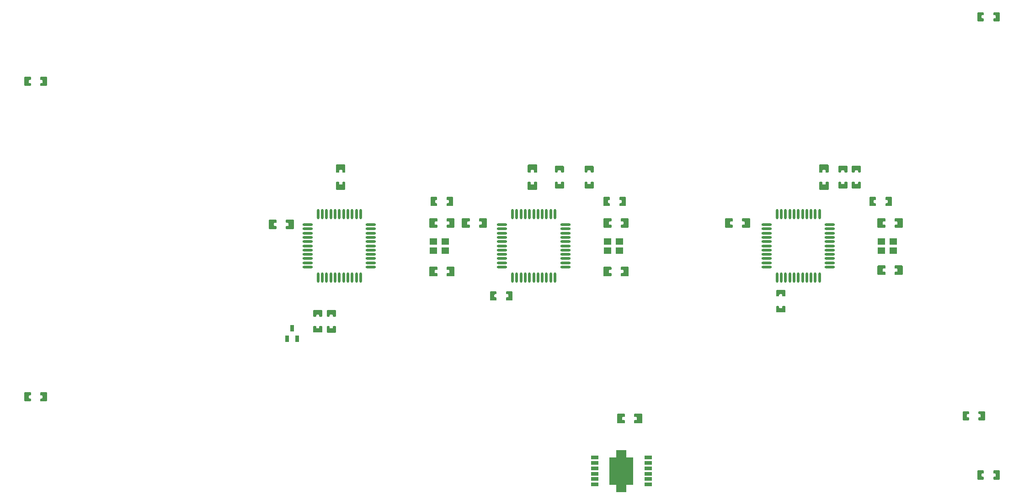
<source format=gbp>
G04 Layer: BottomPasteMaskLayer*
G04 EasyEDA v6.5.34, 2023-09-07 22:36:22*
G04 6936e88fb932453b8581c8861ee1522a,0b3e81c085af431c91bff7fd5324728f,10*
G04 Gerber Generator version 0.2*
G04 Scale: 100 percent, Rotated: No, Reflected: No *
G04 Dimensions in millimeters *
G04 leading zeros omitted , absolute positions ,4 integer and 5 decimal *
%FSLAX45Y45*%
%MOMM*%

%AMMACRO1*21,1,$1,$2,0,0,$3*%
%AMMACRO2*4,1,4,0.8999,-0.675,0.8999,0.675,-0.8999,0.675,-0.8999,-0.675,0.8999,-0.675,0*%
%AMMACRO3*4,1,4,-2.1999,-2.5499,2.1999,-2.5499,2.1999,2.5499,-2.1999,2.5499,-2.1999,-2.5499,0*%
%ADD10MACRO1,1.3X1.1999X0.0000*%
%ADD11MACRO1,1.25X0.7X-90.0000*%
%ADD12MACRO2*%
%ADD13MACRO1,1.35X0.65X0.0000*%
%ADD14MACRO3*%
%ADD15O,0.440944X1.8952718000000002*%
%ADD16O,1.8952718000000002X0.440944*%
%ADD17O,0.0107X0.440944*%

%LPD*%
G36*
X11894921Y1886508D02*
G01*
X11884914Y1876501D01*
X11884914Y1839468D01*
X11894921Y1829460D01*
X11925401Y1829460D01*
X11935409Y1819452D01*
X11935409Y1780692D01*
X11925401Y1770735D01*
X11894921Y1770735D01*
X11884914Y1760728D01*
X11884914Y1723694D01*
X11894921Y1713687D01*
X12023394Y1713687D01*
X12033402Y1723694D01*
X12033402Y1876501D01*
X12023394Y1886508D01*
G37*
G36*
X11576405Y1886508D02*
G01*
X11566398Y1876501D01*
X11566398Y1723694D01*
X11576405Y1713687D01*
X11704878Y1713687D01*
X11714886Y1723694D01*
X11714886Y1760728D01*
X11704878Y1770735D01*
X11674398Y1770735D01*
X11664391Y1780692D01*
X11664391Y1819452D01*
X11674398Y1829460D01*
X11704878Y1829460D01*
X11714886Y1839468D01*
X11714886Y1876501D01*
X11704878Y1886508D01*
G37*
G36*
X9019895Y5511342D02*
G01*
X9009888Y5501335D01*
X9009888Y5464302D01*
X9019895Y5454294D01*
X9050375Y5454294D01*
X9060383Y5444286D01*
X9060383Y5405577D01*
X9050375Y5395569D01*
X9019895Y5395569D01*
X9009888Y5385562D01*
X9009888Y5348528D01*
X9019895Y5338521D01*
X9148368Y5338521D01*
X9158376Y5348528D01*
X9158376Y5501335D01*
X9148368Y5511342D01*
G37*
G36*
X8701379Y5511342D02*
G01*
X8691372Y5501335D01*
X8691372Y5348528D01*
X8701379Y5338521D01*
X8829852Y5338521D01*
X8839860Y5348528D01*
X8839860Y5385562D01*
X8829852Y5395569D01*
X8799372Y5395569D01*
X8789365Y5405577D01*
X8789365Y5444286D01*
X8799372Y5454294D01*
X8829852Y5454294D01*
X8839860Y5464302D01*
X8839860Y5501335D01*
X8829852Y5511342D01*
G37*
G36*
X9923678Y6190081D02*
G01*
X9913670Y6180074D01*
X9913670Y6051550D01*
X9923678Y6041542D01*
X10076434Y6041542D01*
X10086441Y6051550D01*
X10086441Y6180074D01*
X10076434Y6190081D01*
X10039451Y6190081D01*
X10029444Y6180074D01*
X10029444Y6149594D01*
X10019436Y6139586D01*
X9980676Y6139586D01*
X9970668Y6149594D01*
X9970668Y6180074D01*
X9960660Y6190081D01*
G37*
G36*
X9923678Y6508546D02*
G01*
X9913670Y6498590D01*
X9913670Y6370066D01*
X9923678Y6360058D01*
X9960660Y6360058D01*
X9970668Y6370066D01*
X9970668Y6400546D01*
X9980676Y6410553D01*
X10019436Y6410553D01*
X10029444Y6400546D01*
X10029444Y6370066D01*
X10039451Y6360058D01*
X10076434Y6360058D01*
X10086441Y6370066D01*
X10086441Y6498590D01*
X10076434Y6508546D01*
G37*
G36*
X11644985Y5511342D02*
G01*
X11634978Y5501335D01*
X11634978Y5464302D01*
X11644985Y5454294D01*
X11675465Y5454294D01*
X11685473Y5444286D01*
X11685473Y5405577D01*
X11675465Y5395569D01*
X11644985Y5395569D01*
X11634978Y5385562D01*
X11634978Y5348528D01*
X11644985Y5338521D01*
X11773458Y5338521D01*
X11783466Y5348528D01*
X11783466Y5501335D01*
X11773458Y5511342D01*
G37*
G36*
X11326469Y5511342D02*
G01*
X11316462Y5501335D01*
X11316462Y5348528D01*
X11326469Y5338521D01*
X11454942Y5338521D01*
X11464950Y5348528D01*
X11464950Y5385562D01*
X11454942Y5395569D01*
X11424462Y5395569D01*
X11414455Y5405577D01*
X11414455Y5444286D01*
X11424462Y5454294D01*
X11454942Y5454294D01*
X11464950Y5464302D01*
X11464950Y5501335D01*
X11454942Y5511342D01*
G37*
G36*
X11644985Y4611420D02*
G01*
X11634978Y4601413D01*
X11634978Y4564380D01*
X11644985Y4554372D01*
X11675465Y4554372D01*
X11685473Y4544364D01*
X11685473Y4505655D01*
X11675465Y4495647D01*
X11644985Y4495647D01*
X11634978Y4485640D01*
X11634978Y4448606D01*
X11644985Y4438599D01*
X11773458Y4438599D01*
X11783466Y4448606D01*
X11783466Y4601413D01*
X11773458Y4611420D01*
G37*
G36*
X11326469Y4611420D02*
G01*
X11316462Y4601413D01*
X11316462Y4448606D01*
X11326469Y4438599D01*
X11454942Y4438599D01*
X11464950Y4448606D01*
X11464950Y4485640D01*
X11454942Y4495647D01*
X11424462Y4495647D01*
X11414455Y4505655D01*
X11414455Y4544364D01*
X11424462Y4554372D01*
X11454942Y4554372D01*
X11464950Y4564380D01*
X11464950Y4601413D01*
X11454942Y4611420D01*
G37*
G36*
X601675Y2284933D02*
G01*
X591667Y2274925D01*
X591667Y2124862D01*
X601675Y2114854D01*
X702411Y2114854D01*
X712419Y2124862D01*
X712419Y2160981D01*
X702411Y2170988D01*
X681380Y2170988D01*
X671372Y2180996D01*
X671372Y2218791D01*
X681380Y2228799D01*
X702411Y2228799D01*
X712419Y2238806D01*
X712419Y2274925D01*
X702411Y2284933D01*
G37*
G36*
X897432Y2284933D02*
G01*
X887425Y2274925D01*
X887425Y2238806D01*
X897432Y2228799D01*
X918464Y2228799D01*
X928471Y2218791D01*
X928471Y2180996D01*
X918464Y2170988D01*
X897432Y2170988D01*
X887425Y2160981D01*
X887425Y2124862D01*
X897432Y2114854D01*
X998169Y2114854D01*
X1008176Y2124862D01*
X1008176Y2274925D01*
X998169Y2284933D01*
G37*
G36*
X601675Y8135061D02*
G01*
X591667Y8125053D01*
X591667Y7974990D01*
X601675Y7964982D01*
X702411Y7964982D01*
X712419Y7974990D01*
X712419Y8011109D01*
X702411Y8021116D01*
X681380Y8021116D01*
X671372Y8031073D01*
X671372Y8068919D01*
X681380Y8078927D01*
X702411Y8078927D01*
X712419Y8088934D01*
X712419Y8125053D01*
X702411Y8135061D01*
G37*
G36*
X897432Y8135061D02*
G01*
X887425Y8125053D01*
X887425Y8088934D01*
X897432Y8078927D01*
X918464Y8078927D01*
X928471Y8068919D01*
X928471Y8031073D01*
X918464Y8021116D01*
X897432Y8021116D01*
X887425Y8011109D01*
X887425Y7974990D01*
X897432Y7964982D01*
X998169Y7964982D01*
X1008176Y7974990D01*
X1008176Y8125053D01*
X998169Y8135061D01*
G37*
G36*
X18547384Y835101D02*
G01*
X18537377Y825093D01*
X18537377Y788974D01*
X18547384Y778967D01*
X18568416Y778967D01*
X18578423Y768959D01*
X18578423Y731113D01*
X18568416Y721156D01*
X18547384Y721156D01*
X18537377Y711149D01*
X18537377Y675030D01*
X18547384Y665022D01*
X18648121Y665022D01*
X18658128Y675030D01*
X18658128Y825093D01*
X18648121Y835101D01*
G37*
G36*
X18251627Y835101D02*
G01*
X18241619Y825093D01*
X18241619Y675030D01*
X18251627Y665022D01*
X18352363Y665022D01*
X18362371Y675030D01*
X18362371Y711149D01*
X18352363Y721156D01*
X18331332Y721156D01*
X18321324Y731113D01*
X18321324Y768959D01*
X18331332Y778967D01*
X18352363Y778967D01*
X18362371Y788974D01*
X18362371Y825093D01*
X18352363Y835101D01*
G37*
G36*
X18547384Y9334957D02*
G01*
X18537377Y9324949D01*
X18537377Y9288830D01*
X18547384Y9278823D01*
X18568416Y9278823D01*
X18578423Y9268815D01*
X18578423Y9231020D01*
X18568416Y9221012D01*
X18547384Y9221012D01*
X18537377Y9211005D01*
X18537377Y9174886D01*
X18547384Y9164878D01*
X18648121Y9164878D01*
X18658128Y9174886D01*
X18658128Y9324949D01*
X18648121Y9334957D01*
G37*
G36*
X18251627Y9334957D02*
G01*
X18241619Y9324949D01*
X18241619Y9174886D01*
X18251627Y9164878D01*
X18352363Y9164878D01*
X18362371Y9174886D01*
X18362371Y9211005D01*
X18352363Y9221012D01*
X18331332Y9221012D01*
X18321324Y9231020D01*
X18321324Y9268815D01*
X18331332Y9278823D01*
X18352363Y9278823D01*
X18362371Y9288830D01*
X18362371Y9324949D01*
X18352363Y9334957D01*
G37*
G36*
X10424871Y6483299D02*
G01*
X10414863Y6473342D01*
X10414863Y6372555D01*
X10424871Y6362547D01*
X10460990Y6362547D01*
X10470997Y6372555D01*
X10470997Y6393637D01*
X10481005Y6403644D01*
X10518851Y6403644D01*
X10528858Y6393637D01*
X10528858Y6372555D01*
X10538866Y6362547D01*
X10574985Y6362547D01*
X10584992Y6372555D01*
X10584992Y6473342D01*
X10574985Y6483299D01*
G37*
G36*
X10424871Y6187541D02*
G01*
X10414863Y6177584D01*
X10414863Y6076797D01*
X10424871Y6066790D01*
X10574985Y6066790D01*
X10584992Y6076797D01*
X10584992Y6177584D01*
X10574985Y6187541D01*
X10538866Y6187541D01*
X10528858Y6177584D01*
X10528858Y6156502D01*
X10518851Y6146495D01*
X10481005Y6146495D01*
X10470997Y6156502D01*
X10470997Y6177584D01*
X10460990Y6187541D01*
G37*
G36*
X15674797Y6187541D02*
G01*
X15664789Y6177584D01*
X15664789Y6076797D01*
X15674797Y6066790D01*
X15824911Y6066790D01*
X15834918Y6076797D01*
X15834918Y6177584D01*
X15824911Y6187541D01*
X15788792Y6187541D01*
X15778784Y6177584D01*
X15778784Y6156502D01*
X15768777Y6146495D01*
X15730931Y6146495D01*
X15720923Y6156502D01*
X15720923Y6177584D01*
X15710916Y6187541D01*
G37*
G36*
X15674797Y6483299D02*
G01*
X15664789Y6473342D01*
X15664789Y6372555D01*
X15674797Y6362547D01*
X15710916Y6362547D01*
X15720923Y6372555D01*
X15720923Y6393637D01*
X15730931Y6403644D01*
X15768777Y6403644D01*
X15778784Y6393637D01*
X15778784Y6372555D01*
X15788792Y6362547D01*
X15824911Y6362547D01*
X15834918Y6372555D01*
X15834918Y6473342D01*
X15824911Y6483299D01*
G37*
G36*
X18272455Y1935022D02*
G01*
X18262447Y1925066D01*
X18262447Y1888896D01*
X18272455Y1878888D01*
X18293537Y1878888D01*
X18303544Y1868932D01*
X18303544Y1831086D01*
X18293537Y1821078D01*
X18272455Y1821078D01*
X18262447Y1811070D01*
X18262447Y1774952D01*
X18272455Y1764944D01*
X18373242Y1764944D01*
X18383199Y1774952D01*
X18383199Y1925066D01*
X18373242Y1935022D01*
G37*
G36*
X17976697Y1935022D02*
G01*
X17966690Y1925066D01*
X17966690Y1774952D01*
X17976697Y1764944D01*
X18077484Y1764944D01*
X18087441Y1774952D01*
X18087441Y1811070D01*
X18077484Y1821078D01*
X18056402Y1821078D01*
X18046395Y1831086D01*
X18046395Y1868932D01*
X18056402Y1878888D01*
X18077484Y1878888D01*
X18087441Y1888896D01*
X18087441Y1925066D01*
X18077484Y1935022D01*
G37*
G36*
X6199835Y3512413D02*
G01*
X6189827Y3502456D01*
X6189827Y3401669D01*
X6199835Y3391662D01*
X6349949Y3391662D01*
X6359956Y3401669D01*
X6359956Y3502456D01*
X6349949Y3512413D01*
X6313830Y3512413D01*
X6303822Y3502456D01*
X6303822Y3481374D01*
X6293815Y3471367D01*
X6255969Y3471367D01*
X6245961Y3481374D01*
X6245961Y3502456D01*
X6235954Y3512413D01*
G37*
G36*
X6199835Y3808171D02*
G01*
X6189827Y3798163D01*
X6189827Y3697427D01*
X6199835Y3687419D01*
X6235954Y3687419D01*
X6245961Y3697427D01*
X6245961Y3718509D01*
X6255969Y3728516D01*
X6293815Y3728516D01*
X6303822Y3718509D01*
X6303822Y3697427D01*
X6313830Y3687419D01*
X6349949Y3687419D01*
X6359956Y3697427D01*
X6359956Y3798163D01*
X6349949Y3808171D01*
G37*
G36*
X5444998Y5486400D02*
G01*
X5434990Y5476392D01*
X5434990Y5439359D01*
X5444998Y5429351D01*
X5475478Y5429351D01*
X5485485Y5419344D01*
X5485485Y5380634D01*
X5475478Y5370626D01*
X5444998Y5370626D01*
X5434990Y5360619D01*
X5434990Y5323586D01*
X5444998Y5313578D01*
X5573471Y5313578D01*
X5583478Y5323586D01*
X5583478Y5476392D01*
X5573471Y5486400D01*
G37*
G36*
X5126482Y5486400D02*
G01*
X5116474Y5476392D01*
X5116474Y5323586D01*
X5126482Y5313578D01*
X5255006Y5313578D01*
X5265013Y5323586D01*
X5265013Y5360619D01*
X5255006Y5370626D01*
X5224475Y5370626D01*
X5214518Y5380634D01*
X5214518Y5419344D01*
X5224475Y5429351D01*
X5255006Y5429351D01*
X5265013Y5439359D01*
X5265013Y5476392D01*
X5255006Y5486400D01*
G37*
G36*
X6373571Y6189980D02*
G01*
X6363563Y6179972D01*
X6363563Y6051499D01*
X6373571Y6041491D01*
X6526377Y6041491D01*
X6536385Y6051499D01*
X6536385Y6179972D01*
X6526377Y6189980D01*
X6489344Y6189980D01*
X6479336Y6179972D01*
X6479336Y6149492D01*
X6469380Y6139484D01*
X6430619Y6139484D01*
X6420612Y6149492D01*
X6420612Y6179972D01*
X6410604Y6189980D01*
G37*
G36*
X6373571Y6508496D02*
G01*
X6363563Y6498488D01*
X6363563Y6369964D01*
X6373571Y6360007D01*
X6410604Y6360007D01*
X6420612Y6369964D01*
X6420612Y6400495D01*
X6430619Y6410452D01*
X6469380Y6410452D01*
X6479336Y6400495D01*
X6479336Y6369964D01*
X6489344Y6360007D01*
X6526377Y6360007D01*
X6536385Y6369964D01*
X6536385Y6498488D01*
X6526377Y6508496D01*
G37*
G36*
X8419998Y5511393D02*
G01*
X8409990Y5501386D01*
X8409990Y5464352D01*
X8419998Y5454345D01*
X8450478Y5454345D01*
X8460486Y5444337D01*
X8460486Y5405628D01*
X8450478Y5395620D01*
X8419998Y5395620D01*
X8409990Y5385612D01*
X8409990Y5348579D01*
X8419998Y5338572D01*
X8548471Y5338572D01*
X8558479Y5348579D01*
X8558479Y5501386D01*
X8548471Y5511393D01*
G37*
G36*
X8101482Y5511393D02*
G01*
X8091474Y5501386D01*
X8091474Y5348579D01*
X8101482Y5338572D01*
X8230006Y5338572D01*
X8239963Y5348579D01*
X8239963Y5385612D01*
X8230006Y5395620D01*
X8199475Y5395620D01*
X8189518Y5405628D01*
X8189518Y5444337D01*
X8199475Y5454345D01*
X8230006Y5454345D01*
X8239963Y5464352D01*
X8239963Y5501386D01*
X8230006Y5511393D01*
G37*
G36*
X8419998Y4611370D02*
G01*
X8409990Y4601413D01*
X8409990Y4564380D01*
X8419998Y4554372D01*
X8450478Y4554372D01*
X8460486Y4544364D01*
X8460486Y4505604D01*
X8450478Y4495596D01*
X8419998Y4495596D01*
X8409990Y4485640D01*
X8409990Y4448606D01*
X8419998Y4438599D01*
X8548471Y4438599D01*
X8558479Y4448606D01*
X8558479Y4601413D01*
X8548471Y4611370D01*
G37*
G36*
X8101482Y4611370D02*
G01*
X8091474Y4601413D01*
X8091474Y4448606D01*
X8101482Y4438599D01*
X8230006Y4438599D01*
X8239963Y4448606D01*
X8239963Y4485640D01*
X8230006Y4495596D01*
X8199475Y4495596D01*
X8189518Y4505604D01*
X8189518Y4544364D01*
X8199475Y4554372D01*
X8230006Y4554372D01*
X8239963Y4564380D01*
X8239963Y4601413D01*
X8230006Y4611370D01*
G37*
G36*
X8422487Y5910021D02*
G01*
X8412480Y5900013D01*
X8412480Y5863894D01*
X8422487Y5853887D01*
X8443518Y5853887D01*
X8453526Y5843879D01*
X8453526Y5806084D01*
X8443518Y5796076D01*
X8422487Y5796076D01*
X8412480Y5786069D01*
X8412480Y5749950D01*
X8422487Y5739942D01*
X8523224Y5739942D01*
X8533231Y5749950D01*
X8533231Y5900013D01*
X8523224Y5910021D01*
G37*
G36*
X8126730Y5910021D02*
G01*
X8116722Y5900013D01*
X8116722Y5749950D01*
X8126730Y5739942D01*
X8227466Y5739942D01*
X8237474Y5749950D01*
X8237474Y5786069D01*
X8227466Y5796076D01*
X8206435Y5796076D01*
X8196427Y5806084D01*
X8196427Y5843879D01*
X8206435Y5853887D01*
X8227466Y5853887D01*
X8237474Y5863894D01*
X8237474Y5900013D01*
X8227466Y5910021D01*
G37*
G36*
X5949950Y3512515D02*
G01*
X5939942Y3502507D01*
X5939942Y3401720D01*
X5949950Y3391763D01*
X6100013Y3391763D01*
X6110020Y3401720D01*
X6110020Y3502507D01*
X6100013Y3512515D01*
X6063894Y3512515D01*
X6053886Y3502507D01*
X6053886Y3481425D01*
X6043930Y3471418D01*
X6006084Y3471418D01*
X5996076Y3481425D01*
X5996076Y3502507D01*
X5986068Y3512515D01*
G37*
G36*
X5949950Y3808222D02*
G01*
X5939942Y3798265D01*
X5939942Y3697478D01*
X5949950Y3687470D01*
X5986068Y3687470D01*
X5996076Y3697478D01*
X5996076Y3718560D01*
X6006084Y3728567D01*
X6043930Y3728567D01*
X6053886Y3718560D01*
X6053886Y3697478D01*
X6063894Y3687470D01*
X6100013Y3687470D01*
X6110020Y3697478D01*
X6110020Y3798265D01*
X6100013Y3808222D01*
G37*
G36*
X13894968Y5511393D02*
G01*
X13884960Y5501386D01*
X13884960Y5464352D01*
X13894968Y5454345D01*
X13925448Y5454345D01*
X13935456Y5444337D01*
X13935456Y5405628D01*
X13925448Y5395620D01*
X13894968Y5395620D01*
X13884960Y5385612D01*
X13884960Y5348579D01*
X13894968Y5338572D01*
X14023492Y5338572D01*
X14033449Y5348579D01*
X14033449Y5501386D01*
X14023492Y5511393D01*
G37*
G36*
X13576452Y5511393D02*
G01*
X13566495Y5501386D01*
X13566495Y5348579D01*
X13576452Y5338572D01*
X13704976Y5338572D01*
X13714984Y5348579D01*
X13714984Y5385612D01*
X13704976Y5395620D01*
X13674496Y5395620D01*
X13664488Y5405628D01*
X13664488Y5444337D01*
X13674496Y5454345D01*
X13704976Y5454345D01*
X13714984Y5464352D01*
X13714984Y5501386D01*
X13704976Y5511393D01*
G37*
G36*
X15323566Y6189980D02*
G01*
X15313558Y6179972D01*
X15313558Y6051499D01*
X15323566Y6041491D01*
X15476372Y6041491D01*
X15486380Y6051499D01*
X15486380Y6179972D01*
X15476372Y6189980D01*
X15439339Y6189980D01*
X15429331Y6179972D01*
X15429331Y6149492D01*
X15419324Y6139484D01*
X15380614Y6139484D01*
X15370606Y6149492D01*
X15370606Y6179972D01*
X15360599Y6189980D01*
G37*
G36*
X15323566Y6508496D02*
G01*
X15313558Y6498488D01*
X15313558Y6369964D01*
X15323566Y6360007D01*
X15360599Y6360007D01*
X15370606Y6369964D01*
X15370606Y6400495D01*
X15380614Y6410452D01*
X15419324Y6410452D01*
X15429331Y6400495D01*
X15429331Y6369964D01*
X15439339Y6360007D01*
X15476372Y6360007D01*
X15486380Y6369964D01*
X15486380Y6498488D01*
X15476372Y6508496D01*
G37*
G36*
X16719956Y5511393D02*
G01*
X16709948Y5501386D01*
X16709948Y5464352D01*
X16719956Y5454345D01*
X16750436Y5454345D01*
X16760444Y5444337D01*
X16760444Y5405628D01*
X16750436Y5395620D01*
X16719956Y5395620D01*
X16709948Y5385612D01*
X16709948Y5348579D01*
X16719956Y5338572D01*
X16848480Y5338572D01*
X16858488Y5348579D01*
X16858488Y5501386D01*
X16848480Y5511393D01*
G37*
G36*
X16401491Y5511393D02*
G01*
X16391483Y5501386D01*
X16391483Y5348579D01*
X16401491Y5338572D01*
X16529964Y5338572D01*
X16539972Y5348579D01*
X16539972Y5385612D01*
X16529964Y5395620D01*
X16499484Y5395620D01*
X16489476Y5405628D01*
X16489476Y5444337D01*
X16499484Y5454345D01*
X16529964Y5454345D01*
X16539972Y5464352D01*
X16539972Y5501386D01*
X16529964Y5511393D01*
G37*
G36*
X16719956Y4636414D02*
G01*
X16709948Y4626406D01*
X16709948Y4589373D01*
X16719956Y4579366D01*
X16750436Y4579366D01*
X16760444Y4569358D01*
X16760444Y4530598D01*
X16750436Y4520590D01*
X16719956Y4520590D01*
X16709948Y4510633D01*
X16709948Y4473600D01*
X16719956Y4463592D01*
X16848480Y4463592D01*
X16858488Y4473600D01*
X16858488Y4626406D01*
X16848480Y4636414D01*
G37*
G36*
X16401491Y4636414D02*
G01*
X16391483Y4626406D01*
X16391483Y4473600D01*
X16401491Y4463592D01*
X16529964Y4463592D01*
X16539972Y4473600D01*
X16539972Y4510633D01*
X16529964Y4520590D01*
X16499484Y4520590D01*
X16489476Y4530598D01*
X16489476Y4569358D01*
X16499484Y4579366D01*
X16529964Y4579366D01*
X16539972Y4589373D01*
X16539972Y4626406D01*
X16529964Y4636414D01*
G37*
G36*
X16547490Y5910021D02*
G01*
X16537482Y5900013D01*
X16537482Y5863894D01*
X16547490Y5853887D01*
X16568521Y5853887D01*
X16578529Y5843879D01*
X16578529Y5806084D01*
X16568521Y5796076D01*
X16547490Y5796076D01*
X16537482Y5786069D01*
X16537482Y5749950D01*
X16547490Y5739942D01*
X16648226Y5739942D01*
X16658234Y5749950D01*
X16658234Y5900013D01*
X16648226Y5910021D01*
G37*
G36*
X16251732Y5910021D02*
G01*
X16241725Y5900013D01*
X16241725Y5749950D01*
X16251732Y5739942D01*
X16352469Y5739942D01*
X16362476Y5749950D01*
X16362476Y5786069D01*
X16352469Y5796076D01*
X16331387Y5796076D01*
X16321430Y5806084D01*
X16321430Y5843879D01*
X16331387Y5853887D01*
X16352469Y5853887D01*
X16362476Y5863894D01*
X16362476Y5900013D01*
X16352469Y5910021D01*
G37*
G36*
X14524939Y3887470D02*
G01*
X14514931Y3877513D01*
X14514931Y3776726D01*
X14524939Y3766718D01*
X14675002Y3766718D01*
X14685010Y3776726D01*
X14685010Y3877513D01*
X14675002Y3887470D01*
X14638883Y3887470D01*
X14628876Y3877513D01*
X14628876Y3856431D01*
X14618868Y3846423D01*
X14581073Y3846423D01*
X14571065Y3856431D01*
X14571065Y3877513D01*
X14561057Y3887470D01*
G37*
G36*
X14524939Y4183227D02*
G01*
X14514931Y4173220D01*
X14514931Y4072483D01*
X14524939Y4062476D01*
X14561057Y4062476D01*
X14571065Y4072483D01*
X14571065Y4093565D01*
X14581073Y4103522D01*
X14618868Y4103522D01*
X14628876Y4093565D01*
X14628876Y4072483D01*
X14638883Y4062476D01*
X14675002Y4062476D01*
X14685010Y4072483D01*
X14685010Y4173220D01*
X14675002Y4183227D01*
G37*
G36*
X15924936Y6483248D02*
G01*
X15914928Y6473240D01*
X15914928Y6372504D01*
X15924936Y6362496D01*
X15961055Y6362496D01*
X15971062Y6372504D01*
X15971062Y6393535D01*
X15981070Y6403543D01*
X16018865Y6403543D01*
X16028873Y6393535D01*
X16028873Y6372504D01*
X16038880Y6362496D01*
X16074999Y6362496D01*
X16085007Y6372504D01*
X16085007Y6473240D01*
X16074999Y6483248D01*
G37*
G36*
X15924936Y6187490D02*
G01*
X15914928Y6177483D01*
X15914928Y6076746D01*
X15924936Y6066739D01*
X16074999Y6066739D01*
X16085007Y6076746D01*
X16085007Y6177483D01*
X16074999Y6187490D01*
X16038880Y6187490D01*
X16028873Y6177483D01*
X16028873Y6156452D01*
X16018865Y6146444D01*
X15981070Y6146444D01*
X15971062Y6156452D01*
X15971062Y6177483D01*
X15961055Y6187490D01*
G37*
G36*
X11622481Y5910021D02*
G01*
X11612473Y5900013D01*
X11612473Y5863894D01*
X11622481Y5853887D01*
X11643512Y5853887D01*
X11653520Y5843879D01*
X11653520Y5806084D01*
X11643512Y5796076D01*
X11622481Y5796076D01*
X11612473Y5786069D01*
X11612473Y5749950D01*
X11622481Y5739942D01*
X11723217Y5739942D01*
X11733225Y5749950D01*
X11733225Y5900013D01*
X11723217Y5910021D01*
G37*
G36*
X11326723Y5910021D02*
G01*
X11316716Y5900013D01*
X11316716Y5749950D01*
X11326723Y5739942D01*
X11427460Y5739942D01*
X11437467Y5749950D01*
X11437467Y5786069D01*
X11427460Y5796076D01*
X11406428Y5796076D01*
X11396421Y5806084D01*
X11396421Y5843879D01*
X11406428Y5853887D01*
X11427460Y5853887D01*
X11437467Y5863894D01*
X11437467Y5900013D01*
X11427460Y5910021D01*
G37*
G36*
X9226753Y4160062D02*
G01*
X9216745Y4150055D01*
X9216745Y3999941D01*
X9226753Y3989933D01*
X9327489Y3989933D01*
X9337497Y3999941D01*
X9337497Y4036060D01*
X9327489Y4046067D01*
X9306407Y4046067D01*
X9296450Y4056075D01*
X9296450Y4093921D01*
X9306407Y4103928D01*
X9327489Y4103928D01*
X9337497Y4113885D01*
X9337497Y4150055D01*
X9327489Y4160062D01*
G37*
G36*
X9522460Y4160062D02*
G01*
X9512503Y4150055D01*
X9512503Y4113885D01*
X9522460Y4103928D01*
X9543542Y4103928D01*
X9553549Y4093921D01*
X9553549Y4056075D01*
X9543542Y4046067D01*
X9522460Y4046067D01*
X9512503Y4036060D01*
X9512503Y3999941D01*
X9522460Y3989933D01*
X9623247Y3989933D01*
X9633254Y3999941D01*
X9633254Y4150055D01*
X9623247Y4160062D01*
G37*
G36*
X10974933Y6483248D02*
G01*
X10964926Y6473240D01*
X10964926Y6372504D01*
X10974933Y6362496D01*
X11011052Y6362496D01*
X11021060Y6372504D01*
X11021060Y6393535D01*
X11031067Y6403543D01*
X11068913Y6403543D01*
X11078870Y6393535D01*
X11078870Y6372504D01*
X11088878Y6362496D01*
X11125047Y6362496D01*
X11135004Y6372504D01*
X11135004Y6473240D01*
X11125047Y6483248D01*
G37*
G36*
X10974933Y6187490D02*
G01*
X10964926Y6177483D01*
X10964926Y6076746D01*
X10974933Y6066739D01*
X11125047Y6066739D01*
X11135004Y6076746D01*
X11135004Y6177483D01*
X11125047Y6187490D01*
X11088878Y6187490D01*
X11078870Y6177483D01*
X11078870Y6156452D01*
X11068913Y6146444D01*
X11031067Y6146444D01*
X11021060Y6156452D01*
X11021060Y6177483D01*
X11011052Y6187490D01*
G37*
D10*
G01*
X8384992Y4915001D03*
G01*
X8164977Y4915001D03*
G01*
X8164977Y5084978D03*
G01*
X8384992Y5084978D03*
G01*
X11609984Y4915001D03*
G01*
X11389969Y4915001D03*
G01*
X11389969Y5084978D03*
G01*
X11609984Y5084978D03*
D11*
G01*
X5644984Y3274992D03*
G01*
X5454994Y3274992D03*
G01*
X5549990Y3474991D03*
D10*
G01*
X16684975Y4915001D03*
G01*
X16464960Y4915001D03*
G01*
X16464960Y5084978D03*
G01*
X16684975Y5084978D03*
D12*
G01*
X11649976Y502505D03*
D13*
G01*
X12147486Y1074983D03*
D14*
G01*
X11649976Y824997D03*
D12*
G01*
X11649976Y1147488D03*
D13*
G01*
X12147486Y975009D03*
G01*
X12147486Y875009D03*
G01*
X12147486Y774984D03*
G01*
X12147486Y674984D03*
G01*
X12147486Y575010D03*
G01*
X11152466Y575010D03*
G01*
X11152466Y674984D03*
G01*
X11152466Y774984D03*
G01*
X11152466Y875009D03*
G01*
X11152466Y975009D03*
G01*
X11152466Y1074983D03*
D15*
G01*
X6031306Y5585124D03*
G01*
X6110046Y5585124D03*
G01*
X6188786Y5585124D03*
G01*
X6267526Y5585124D03*
G01*
X6346266Y5585124D03*
G01*
X6425006Y5585124D03*
G01*
X6503746Y5585124D03*
G01*
X6582486Y5585124D03*
G01*
X6661226Y5585124D03*
G01*
X6739966Y5585124D03*
G01*
X6818706Y5585124D03*
D16*
G01*
X7010145Y5393684D03*
G01*
X7010145Y5314944D03*
G01*
X7010145Y5236204D03*
G01*
X7010145Y5157464D03*
G01*
X7010145Y5078724D03*
G01*
X7010145Y4999984D03*
G01*
X7010145Y4921244D03*
G01*
X7010145Y4842504D03*
G01*
X7010145Y4763764D03*
G01*
X7010145Y4685024D03*
G01*
X7010145Y4606284D03*
D15*
G01*
X6818706Y4414845D03*
G01*
X6739966Y4414845D03*
G01*
X6661226Y4414845D03*
G01*
X6582486Y4414845D03*
G01*
X6503746Y4414845D03*
G01*
X6425006Y4414845D03*
G01*
X6346266Y4414845D03*
G01*
X6267526Y4414845D03*
G01*
X6188786Y4414845D03*
G01*
X6110046Y4414845D03*
G01*
X6031306Y4414845D03*
D16*
G01*
X5839866Y4606284D03*
G01*
X5839866Y4685024D03*
G01*
X5839866Y4763764D03*
G01*
X5839866Y4842504D03*
G01*
X5839866Y4921244D03*
G01*
X5839866Y4999984D03*
G01*
X5839866Y5078724D03*
G01*
X5839866Y5157464D03*
G01*
X5839866Y5236204D03*
G01*
X5839866Y5314944D03*
G01*
X5839866Y5393684D03*
D15*
G01*
X14531289Y5585124D03*
G01*
X14610029Y5585124D03*
G01*
X14688769Y5585124D03*
G01*
X14767509Y5585124D03*
G01*
X14846249Y5585124D03*
G01*
X14924989Y5585124D03*
G01*
X15003729Y5585124D03*
G01*
X15082469Y5585124D03*
G01*
X15161209Y5585124D03*
G01*
X15239949Y5585124D03*
G01*
X15318689Y5585124D03*
D16*
G01*
X15510129Y5393684D03*
G01*
X15510129Y5314944D03*
G01*
X15510129Y5236204D03*
G01*
X15510129Y5157464D03*
G01*
X15510129Y5078724D03*
G01*
X15510129Y4999984D03*
G01*
X15510129Y4921244D03*
G01*
X15510129Y4842504D03*
G01*
X15510129Y4763764D03*
G01*
X15510129Y4685024D03*
G01*
X15510129Y4606284D03*
D15*
G01*
X15318689Y4414845D03*
G01*
X15239949Y4414845D03*
G01*
X15161209Y4414845D03*
G01*
X15082469Y4414845D03*
G01*
X15003729Y4414845D03*
G01*
X14924989Y4414845D03*
G01*
X14846249Y4414845D03*
G01*
X14767509Y4414845D03*
G01*
X14688769Y4414845D03*
G01*
X14610029Y4414845D03*
G01*
X14531289Y4414845D03*
D16*
G01*
X14339849Y4606284D03*
G01*
X14339849Y4685024D03*
G01*
X14339849Y4763764D03*
G01*
X14339849Y4842504D03*
G01*
X14339849Y4921244D03*
G01*
X14339849Y4999984D03*
G01*
X14339849Y5078724D03*
G01*
X14339849Y5157464D03*
G01*
X14339849Y5236204D03*
G01*
X14339849Y5314944D03*
G01*
X14339849Y5393684D03*
D15*
G01*
X9631299Y5585124D03*
G01*
X9710038Y5585124D03*
G01*
X9788779Y5585124D03*
G01*
X9867518Y5585124D03*
G01*
X9946259Y5585124D03*
G01*
X10024999Y5585124D03*
G01*
X10103738Y5585124D03*
G01*
X10182479Y5585124D03*
G01*
X10261218Y5585124D03*
G01*
X10339959Y5585124D03*
G01*
X10418699Y5585124D03*
D16*
G01*
X10610138Y5393684D03*
G01*
X10610138Y5314944D03*
G01*
X10610138Y5236204D03*
G01*
X10610138Y5157464D03*
G01*
X10610138Y5078724D03*
G01*
X10610138Y4999984D03*
G01*
X10610138Y4921244D03*
G01*
X10610138Y4842504D03*
G01*
X10610138Y4763764D03*
G01*
X10610138Y4685024D03*
G01*
X10610138Y4606284D03*
D15*
G01*
X10418699Y4414845D03*
G01*
X10339959Y4414845D03*
G01*
X10261218Y4414845D03*
G01*
X10182479Y4414845D03*
G01*
X10103738Y4414845D03*
G01*
X10024999Y4414845D03*
G01*
X9946259Y4414845D03*
G01*
X9867518Y4414845D03*
G01*
X9788779Y4414845D03*
G01*
X9710038Y4414845D03*
G01*
X9631299Y4414845D03*
D16*
G01*
X9439859Y4606284D03*
G01*
X9439859Y4685024D03*
G01*
X9439859Y4763764D03*
G01*
X9439859Y4842504D03*
G01*
X9439859Y4921244D03*
G01*
X9439859Y4999984D03*
G01*
X9439859Y5078724D03*
G01*
X9439859Y5157464D03*
G01*
X9439859Y5236204D03*
G01*
X9439859Y5314944D03*
G01*
X9439859Y5393684D03*
M02*

</source>
